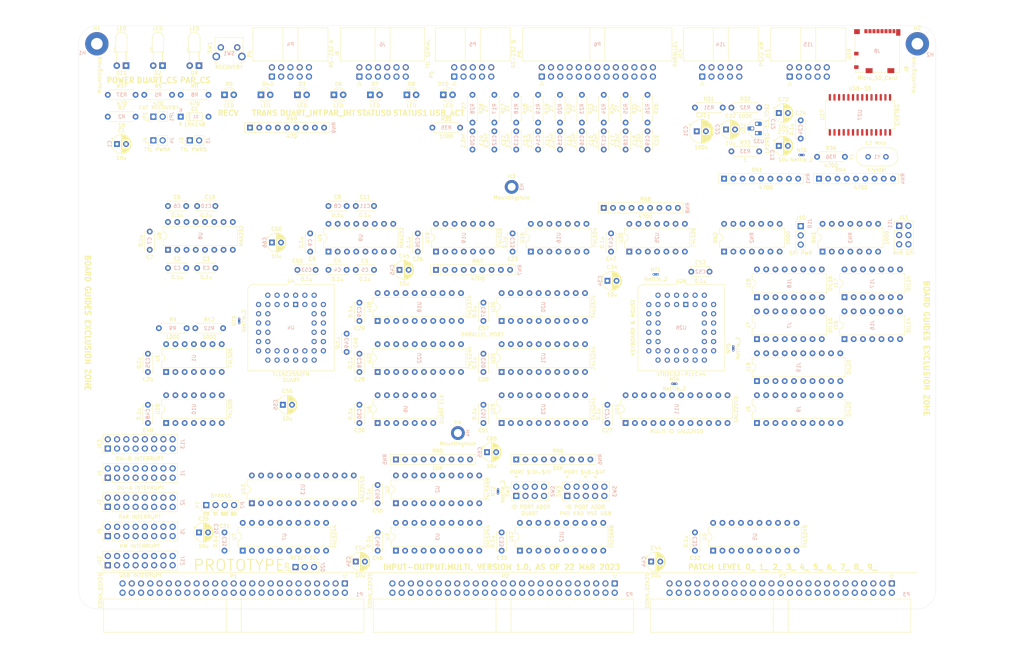
<source format=kicad_pcb>
(kicad_pcb (version 20211014) (generator pcbnew)
  (layers (0 "F.Cu" signal) (31 "B.Cu" signal) (34 "B.Paste" user) (35 "F.Paste" user) (36 "B.SilkS" user "B.Silkscreen") (37 "F.SilkS" user "F.Silkscreen") (38 "B.Mask" user) (39 "F.Mask" user) (44 "Edge.Cuts" user))
  (net 0 "")
  (net 1 "GND")
  (net 2 "VCC")
  (net 3 "Net-(D3-Pad1)")
  (net 4 "Net-(D4-Pad1)")
  (net 6 "Net-(C2-Pad2)")
  (net 7 "Net-(C2-Pad1)")
  (net 8 "Net-(C3-Pad1)")
  (net 9 "Net-(C4-Pad2)")
  (net 10 "Net-(D2-Pad1)")
  (net 11 "Net-(D6-Pad1)")
  (net 12 "Net-(R18-Pad2)")
  (net 13 "Net-(R19-Pad2)")
  (net 14 "Net-(R20-Pad2)")
  (net 15 "Net-(R23-Pad2)")
  (net 16 "Net-(R24-Pad2)")
  (net 17 "Net-(R25-Pad2)")
  (net 18 "Net-(R28-Pad2)")
  (net 19 "Net-(C3-Pad2)")
  (net 20 "Net-(C4-Pad1)")
  (net 21 "Net-(C5-Pad2)")
  (net 22 "Net-(C5-Pad1)")
  (net 23 "Net-(D5-Pad1)")
  (net 24 "Net-(D10-Pad1)")
  (net 25 "Net-(D11-Pad2)")
  (net 26 "Net-(J3-Pad2)")
  (net 27 "Net-(J4-Pad2)")
  (net 28 "Net-(J8-Pad1)")
  (net 29 "Net-(J10-Pad2)")
  (net 30 "Net-(R17-Pad2)")
  (net 31 "Net-(R26-Pad2)")
  (net 32 "Net-(R35-Pad2)")
  (net 33 "Net-(RN1-Pad9)")
  (net 34 "Net-(RN1-Pad8)")
  (net 35 "Net-(RN1-Pad7)")
  (net 36 "Net-(RN1-Pad6)")
  (net 37 "Net-(RN1-Pad5)")
  (net 38 "Net-(RN1-Pad4)")
  (net 39 "Net-(RN1-Pad3)")
  (net 40 "Net-(RN1-Pad2)")
  (net 41 "Net-(RN3-Pad13)")
  (net 42 "Net-(RN3-Pad12)")
  (net 43 "Net-(RN3-Pad11)")
  (net 44 "Net-(RN3-Pad10)")
  (net 45 "Net-(U16-Pad6)")
  (net 46 "Net-(U16-Pad12)")
  (net 47 "Net-(U16-Pad5)")
  (net 48 "Net-(U16-Pad10)")
  (net 49 "Net-(U16-Pad2)")
  (net 50 "Net-(U16-Pad8)")
  (net 51 "Net-(U19-Pad5)")
  (net 52 "Net-(U19-Pad3)")
  (net 53 "Net-(U19-Pad9)")
  (net 54 "Net-(U25-Pad5)")
  (net 55 "Net-(U25-Pad3)")
  (net 56 "Net-(U25-Pad9)")
  (net 57 "Net-(U25-Pad1)")
  (net 58 "Net-(U27-Pad14)")
  (net 59 "Net-(U27-Pad13)")
  (net 60 "/parallel/PD0")
  (net 61 "/parallel/PD1")
  (net 62 "/parallel/PD2")
  (net 63 "/parallel/PD3")
  (net 64 "/parallel/PD4")
  (net 65 "/parallel/PD5")
  (net 66 "/parallel/PD6")
  (net 67 "/parallel/PD7")
  (net 68 "/parallel/~{STROBE}")
  (net 69 "/USB-SD/VBUS")
  (net 70 "/USB-SD/VDD3")
  (net 71 "/USB-SD/VDD2")
  (net 72 "VDD1")
  (net 73 "/parallel/STATUS0")
  (net 74 "/parallel/STATUS1")
  (net 75 "/DUART/~{TTL_CTSB}")
  (net 76 "/DUART/TTL_TXB")
  (net 77 "/DUART/TTL_RXB")
  (net 78 "/DUART/~{TTL_RTSB}")
  (net 79 "/DUART/~{TTL_CTSA}")
  (net 80 "/DUART/TTL_TXA")
  (net 81 "/DUART/TTL_RXA")
  (net 82 "/DUART/~{TTL_RTSA}")
  (net 83 "/USB-SD/UD+")
  (net 84 "/USB-SD/UD-")
  (net 86 "/USB-SD/SDCK")
  (net 88 "/USB-SD/SDCS")
  (net 89 "-12V")
  (net 90 "~{EIRQ0}")
  (net 91 "~{EIRQ1}")
  (net 92 "~{EIRQ2}")
  (net 93 "~{EIRQ3}")
  (net 94 "~{EIRQ4}")
  (net 95 "~{EIRQ5}")
  (net 96 "~{EIRQ6}")
  (net 97 "~{EIRQ7}")
  (net 98 "/bus/CRUCLK")
  (net 99 "/bus/~{INT0}")
  (net 100 "~{M1}")
  (net 101 "~{IORQ}")
  (net 102 "~{WR}")
  (net 103 "~{RD}")
  (net 104 "A0")
  (net 105 "A1")
  (net 106 "A2")
  (net 107 "A3")
  (net 108 "A4")
  (net 109 "A5")
  (net 110 "A6")
  (net 111 "A7")
  (net 112 "+12V")
  (net 113 "D0")
  (net 114 "D1")
  (net 115 "D2")
  (net 116 "D3")
  (net 117 "D4")
  (net 118 "D5")
  (net 119 "D6")
  (net 120 "D7")
  (net 121 "/DUART/~{CTSA}")
  (net 122 "/DUART/~{RTSA}")
  (net 123 "/DUART/~{DTRA}")
  (net 124 "/DUART/TXA")
  (net 125 "/DUART/RXA")
  (net 126 "/DUART/~{CTSB}")
  (net 127 "/DUART/~{RTSB}")
  (net 128 "/DUART/~{DTRB}")
  (net 129 "/DUART/TXB")
  (net 130 "/DUART/RXB")
  (net 131 "/parallel/~{SEL}")
  (net 132 "/parallel/P-RESET")
  (net 133 "/parallel/ERROR")
  (net 134 "/parallel/~{LINEFEED}")
  (net 135 "/parallel/SELECT")
  (net 136 "/parallel/PAPEROUT")
  (net 137 "/parallel/~{BUSY}")
  (net 138 "bRESET")
  (net 139 "/DUART/GND_UART")
  (net 140 "/DUART/INTB")
  (net 141 "/DUART/INTA")
  (net 142 "ONE")
  (net 143 "ZERO")
  (net 144 "/USB-SD/RST")
  (net 145 "bD6")
  (net 146 "bD5")
  (net 147 "bD4")
  (net 148 "bD3")
  (net 149 "bD2")
  (net 150 "bD1")
  (net 151 "bD0")
  (net 152 "~{CS_US}")
  (net 153 "~{bWR}")
  (net 154 "~{bRD}")
  (net 155 "bA0")
  (net 156 "bD7")
  (net 157 "/USB-SD/~{INT-USB}")
  (net 158 "/parallel/BUSY")
  (net 159 "/kbdmse/PROG")
  (net 160 "/kbdmse/KBDDAT")
  (net 161 "/kbdmse/MSEDAT")
  (net 162 "/kbdmse/KBDCLK")
  (net 163 "/kbdmse/MSECLK")
  (net 164 "/DUART/~{INTA}")
  (net 165 "/DUART/~{INTB}")
  (net 166 "~{bRESET}")
  (net 167 "~{CS_DUART}")
  (net 168 "~{bM1}")
  (net 169 "bA7")
  (net 170 "bA6")
  (net 171 "bA5")
  (net 172 "bA4")
  (net 173 "~{bIORQ}")
  (net 174 "bA1")
  (net 175 "bA2")
  (net 176 "bA3")
  (net 177 "~{CS_PAR}")
  (net 178 "~{CS_KM}")
  (net 179 "/parallel/~{PDENBL}")
  (net 180 "/parallel/~{INT_PAR}")
  (net 181 "/kbdmse/~{INT_KM}")
  (net 182 "CLK_DUART")
  (net 183 "~{BUS_EN}")
  (net 184 "P24-OB")
  (net 185 "INT_KM")
  (net 186 "P25-BF")
  (net 187 "Net-(RN5-Pad5)")
  (net 188 "Net-(RN5-Pad4)")
  (net 189 "Net-(RN5-Pad3)")
  (net 190 "Net-(RN5-Pad2)")
  (net 191 "Net-(RN6-Pad6)")
  (net 192 "Net-(RN6-Pad5)")
  (net 193 "Net-(RN6-Pad4)")
  (net 194 "Net-(J12-Pad1)")
  (net 195 "~{RES_IN}")
  (net 196 "Net-(C6-Pad2)")
  (net 197 "Net-(C8-Pad2)")
  (net 198 "Net-(C10-Pad1)")
  (net 199 "Net-(C11-Pad1)")
  (net 200 "Net-(D7-Pad1)")
  (net 201 "Net-(D8-Pad1)")
  (net 202 "Net-(D9-Pad1)")
  (net 203 "Net-(J20-Pad2)")
  (net 204 "ACK")
  (net 205 "INT_PAR")
  (net 206 "~{PARIN0}")
  (net 207 "~{PARIN1}")
  (net 208 "~{PARIN2}")
  (net 209 "PARINT")
  (net 210 "~{PAROUT0}")
  (net 211 "~{PAROUT2}")
  (net 212 "~{IEO}")
  (net 213 "~{IEI}")
  (net 214 "~{BAO}")
  (net 215 "~{BAI}")
  (net 216 "470A")
  (net 217 "470E")
  (net 218 "470D")
  (net 219 "470C")
  (net 220 "470F")
  (net 221 "470G")
  (net 222 "470H")
  (net 223 "470B")
  (net 224 "Net-(RN5-Pad6)")
  (net 225 "Net-(RN6-Pad7)")
  (net 226 "/DUART/~{TTL_RIA}")
  (net 240 "/USB-SD/SDDI")
  (net 241 "/USB-SD/SDDO")
  (net 330 "Net-(JP1-Pad2)")
  (net 331 "/bus/E")
  (net 332 "/bus/ST")
  (net 333 "/bus/PHI")
  (net 334 "/bus/~{MREQ}")
  (net 335 "/bus/~{INT2}")
  (net 336 "/bus/~{INT1}")
  (net 337 "/bus/~{BUSACK}")
  (net 338 "Net-(RN6-Pad2)")
  (net 339 "/bus/CLK")
  (net 340 "/bus/CRUOUT")
  (net 341 "/bus/CRUIN")
  (net 342 "/bus/~{NMI}")
  (net 343 "~{RES_OUT}")
  (net 344 "/bus/USER8")
  (net 345 "/bus/~{BUSRQ}")
  (net 346 "/bus/USER7")
  (net 347 "/bus/~{WAIT}")
  (net 348 "/bus/USER6")
  (net 349 "/bus/~{HALT}")
  (net 350 "/bus/USER5")
  (net 351 "/bus/~{RFSH}")
  (net 352 "/bus/USER4")
  (net 353 "/bus/USER3")
  (net 354 "/bus/USER2")
  (net 355 "/bus/USER1")
  (net 356 "/bus/USER0")
  (net 357 "/bus/I2C_SCL")
  (net 358 "/bus/I2C_SDA")
  (net 359 "/bus/A15")
  (net 360 "/bus/A31")
  (net 361 "/bus/A14")
  (net 362 "/bus/A30")
  (net 363 "/bus/A13")
  (net 364 "/bus/A29")
  (net 365 "/bus/A12")
  (net 366 "/bus/A28")
  (net 367 "/bus/A11")
  (net 368 "/bus/A27")
  (net 369 "/bus/A10")
  (net 370 "/bus/A26")
  (net 371 "/bus/A9")
  (net 372 "/bus/A25")
  (net 373 "/bus/A8")
  (net 374 "/bus/A24")
  (net 375 "/bus/A23")
  (net 376 "/bus/A22")
  (net 377 "/bus/A21")
  (net 378 "/bus/A20")
  (net 379 "/bus/A19")
  (net 380 "/bus/A18")
  (net 381 "/bus/A17")
  (net 382 "/bus/A16")
  (net 383 "/bus/IC3")
  (net 384 "/bus/~{TEND1}")
  (net 385 "/bus/IC2")
  (net 386 "/bus/~{DREQ1}")
  (net 387 "/bus/IC1")
  (net 388 "/bus/~{TEND0}")
  (net 389 "/bus/IC0")
  (net 390 "/bus/~{DREQ0}")
  (net 391 "/bus/AUXCLK1")
  (net 392 "/bus/AUXCLK0")
  (net 393 "/bus/D15")
  (net 394 "/bus/D31")
  (net 395 "/bus/D14")
  (net 396 "/bus/D30")
  (net 397 "/bus/D13")
  (net 398 "/bus/D29")
  (net 399 "/bus/D12")
  (net 400 "/bus/D28")
  (net 401 "/bus/D11")
  (net 402 "/bus/D27")
  (net 403 "/bus/D10")
  (net 404 "/bus/D26")
  (net 405 "/bus/D9")
  (net 406 "/bus/D25")
  (net 407 "/bus/D8")
  (net 408 "/bus/D24")
  (net 409 "/bus/D23")
  (net 410 "/bus/D22")
  (net 411 "/bus/D21")
  (net 412 "/bus/D20")
  (net 413 "/bus/D19")
  (net 414 "/bus/D18")
  (net 415 "/bus/D17")
  (net 416 "/bus/D16")
  (net 417 "/bus/~{BUSERR}")
  (net 418 "/bus/UDS")
  (net 419 "/bus/~{VPA}")
  (net 420 "/bus/LDS")
  (net 421 "/bus/~{VMA}")
  (net 422 "/bus/S2")
  (net 423 "/bus/~{BHE}")
  (net 424 "/bus/S1")
  (net 425 "/bus/IPL2")
  (net 426 "/bus/S0")
  (net 427 "/bus/IPL1")
  (net 428 "/bus/AUXCLK3")
  (net 429 "/bus/IPL0")
  (net 430 "/bus/AUXCLK2")
  (net 502 "VSS")
  (net 503 "/kbdmse/P20")
  (net 504 "/kbdmse/P21")
  (net 505 "VDD")
  (net 506 "/kbdmse/P12")
  (net 507 "/kbdmse/P13")
  (net 508 "/kbdmse/P14")
  (net 509 "/kbdmse/P15")
  (net 510 "/kbdmse/P16")
  (net 511 "/kbdmse/P17")
  (net 519 "Net-(RN6-Pad3)")
  (footprint "Capacitor_THT:CP_Radial_D5.0mm_P2.50mm" (layer "F.Cu") (at 45.5 102.5)
    (fp_text reference "C1")
    (fp_text value "10u")
  )
  (footprint "Capacitor_THT:CP_Radial_D6.3mm_P2.50mm" (layer "F.Cu") (at 204.5 99)
    (fp_text reference "C21")
    (fp_text value "100u")
  )
  (footprint "Capacitor_THT:CP_Radial_D5.0mm_P2.50mm" (layer "F.Cu") (at 212.5 98.5)
    (fp_text reference "C22")
    (fp_text value "10u")
  )
  (footprint "Capacitor_THT:C_Disc_D5.0mm_W2.5mm_P5.00mm" (layer "F.Cu") (at 154 127 -90)
    (fp_text reference "C23")
    (fp_text value "0.1u")
  )
  (footprint "Capacitor_THT:C_Disc_D5.0mm_W2.5mm_P5.00mm" (layer "F.Cu") (at 233 96 -90)
    (fp_text reference "C24")
    (fp_text value "0.1u")
  )
  (footprint "Capacitor_THT:C_Disc_D5.0mm_W2.5mm_P5.00mm" (layer "F.Cu") (at 54 160 -90)
    (fp_text reference "C25")
    (fp_text value "0.1u")
  )
  (footprint "Capacitor_THT:C_Disc_D5.0mm_W2.5mm_P5.00mm" (layer "F.Cu") (at 128 127 -90)
    (fp_text reference "C26")
    (fp_text value "0.1u")
  )
  (footprint "Capacitor_THT:C_Disc_D5.0mm_W2.5mm_P5.00mm" (layer "F.Cu") (at 180 174 -90)
    (fp_text reference "C27")
    (fp_text value "0.1u")
  )
  (footprint "Capacitor_THT:C_Disc_D5.0mm_W2.5mm_P5.00mm" (layer "F.Cu") (at 112 160 -90)
    (fp_text reference "C28")
    (fp_text value "0.1u")
  )
  (footprint "Capacitor_THT:C_Disc_D5.0mm_W2.5mm_P5.00mm" (layer "F.Cu") (at 112 146 -90)
    (fp_text reference "C29")
    (fp_text value "0.1u")
  )
  (footprint "Capacitor_THT:C_Disc_D5.0mm_W2.5mm_P5.00mm" (layer "F.Cu") (at 112 174 -90)
    (fp_text reference "C30")
    (fp_text value "0.1u")
  )
  (footprint "Capacitor_THT:C_Disc_D5.0mm_W2.5mm_P5.00mm" (layer "F.Cu") (at 204 209 -90)
    (fp_text reference "C32")
    (fp_text value "0.1u")
  )
  (footprint "Capacitor_THT:C_Disc_D5.0mm_W2.5mm_P5.00mm" (layer "F.Cu") (at 151 209 -90)
    (fp_text reference "C33")
    (fp_text value "0.1u")
  )
  (footprint "Capacitor_THT:CP_Radial_D5.0mm_P2.50mm" (layer "F.Cu") (at 180 140)
    (fp_text reference "C34")
    (fp_text value "10u")
  )
  (footprint "Capacitor_THT:CP_Radial_D5.0mm_P2.50mm" (layer "F.Cu") (at 68 209)
    (fp_text reference "C35")
    (fp_text value "10u")
  )
  (footprint "Capacitor_THT:CP_Radial_D5.0mm_P2.50mm" (layer "F.Cu") (at 123 137)
    (fp_text reference "C45")
    (fp_text value "10u")
  )
  (footprint "Capacitor_THT:C_Disc_D5.0mm_W2.5mm_P5.00mm" (layer "F.Cu") (at 117 209 -90)
    (fp_text reference "C46")
    (fp_text value "0.1u")
  )
  (footprint "Capacitor_THT:C_Disc_D5.0mm_W2.5mm_P5.00mm" (layer "F.Cu") (at 181 127 -90)
    (fp_text reference "C47")
    (fp_text value "0.1u")
  )
  (footprint "Capacitor_THT:C_Disc_D5.0mm_W2.5mm_P5.00mm" (layer "F.Cu") (at 54 174 -90)
    (fp_text reference "C48")
    (fp_text value "0.1u")
  )
  (footprint "Capacitor_THT:C_Disc_D5.0mm_W2.5mm_P5.00mm" (layer "F.Cu") (at 108.5 154.5 -90)
    (fp_text reference "C49")
    (fp_text value "0.1u")
  )
  (footprint "Capacitor_THT:C_Disc_D5.0mm_W2.5mm_P5.00mm" (layer "F.Cu") (at 95 137)
    (fp_text reference "C53")
    (fp_text value "0.1u")
  )
  (footprint "Capacitor_THT:CP_Radial_D5.0mm_P2.50mm" (layer "F.Cu") (at 111 217)
    (fp_text reference "C54")
    (fp_text value "10u")
  )
  (footprint "Capacitor_THT:CP_Radial_D5.0mm_P2.50mm" (layer "F.Cu") (at 91 174)
    (fp_text reference "C55")
    (fp_text value "10u")
  )
  (footprint "Capacitor_THT:C_Disc_D5.0mm_W2.5mm_P5.00mm" (layer "F.Cu") (at 117 196 -90)
    (fp_text reference "C56")
    (fp_text value "0.1u")
  )
  (footprint "Capacitor_THT:C_Disc_D5.0mm_W2.5mm_P5.00mm" (layer "F.Cu") (at 146 146 -90)
    (fp_text reference "C57")
    (fp_text value "0.1u")
  )
  (footprint "Capacitor_THT:CP_Radial_D5.0mm_P2.50mm" (layer "F.Cu") (at 147 187)
    (fp_text reference "C65")
    (fp_text value "10u")
  )
  (footprint "Capacitor_THT:CP_Radial_D5.0mm_P2.50mm" (layer "F.Cu") (at 88 129.5)
    (fp_text reference "C66")
    (fp_text value "10u")
  )
  (footprint "Capacitor_THT:CP_Radial_D5.0mm_P2.50mm" (layer "F.Cu") (at 227 94)
    (fp_text reference "C72")
    (fp_text value "10u")
  )
  (footprint "Capacitor_THT:CP_Radial_D5.0mm_P2.50mm" (layer "F.Cu") (at 227 103)
    (fp_text reference "C73")
    (fp_text value "10u")
  )
  (footprint "Diode_THT:D_DO-35_SOD27_P7.62mm_Horizontal" (layer "F.Cu") (at 63 95)
    (fp_text reference "D1")
    (fp_text value "1N4148")
  )
  (footprint "LED_THT:LED_D3.0mm" (layer "F.Cu") (at 135 89)
    (fp_text reference "D10")
    (fp_text value "LED")
  )
  (footprint "MountingHole:MountingHole_3.2mm_M3_Pad" (layer "F.Cu") (at 265 75)
    (fp_text reference "H2")
    (fp_text value "MountingHole")
  )
  (footprint "Connector_PinHeader_2.54mm:PinHeader_1x02_P2.54mm_Vertical" (layer "F.Cu") (at 65.5 101.5 90)
    (fp_text reference "J3")
    (fp_text value "TTL PWRB")
  )
  (footprint "Connector_IDC:IDC-Header_2x06_P2.54mm_Horizontal" (layer "F.Cu") (at 112 84 90)
    (fp_text reference "J6")
    (fp_text value "TTL SERIAL")
  )
  (footprint "Connector_PinHeader_2.54mm:PinHeader_2x03_P2.54mm_Vertical" (layer "F.Cu") (at 260 124.92)
    (fp_text reference "J11")
    (fp_text value "AVR SPI")
  )
  (footprint "Connector_PinHeader_2.54mm:PinHeader_1x02_P2.54mm_Vertical" (layer "F.Cu") (at 55.5 95 90)
    (fp_text reference "JP1")
    (fp_text value "EXT RECOVERY")
  )
  (footprint "Connector_IDC:IDC-Header_2x05_P2.54mm_Horizontal" (layer "F.Cu") (at 88 84 90)
    (fp_text reference "P4")
    (fp_text value "RS-232 A")
  )
  (footprint "Connector_IDC:IDC-Header_2x05_P2.54mm_Horizontal" (layer "F.Cu") (at 138 84 90)
    (fp_text reference "P5")
    (fp_text value "RS-232 B")
  )
  (footprint "Resistor_THT:R_Axial_DIN0207_L6.3mm_D2.5mm_P7.62mm_Horizontal" (layer "F.Cu") (at 43 95)
    (fp_text reference "R2")
    (fp_text value "10")
  )
  (footprint "Resistor_THT:R_Axial_DIN0207_L6.3mm_D2.5mm_P7.62mm_Horizontal" (layer "F.Cu") (at 53 89)
    (fp_text reference "R5")
    (fp_text value "470")
  )
  (footprint "Resistor_THT:R_Axial_DIN0207_L6.3mm_D2.5mm_P7.62mm_Horizontal" (layer "F.Cu") (at 63 89)
    (fp_text reference "R8")
    (fp_text value "470")
  )
  (footprint "Resistor_THT:R_Axial_DIN0207_L6.3mm_D2.5mm_P7.62mm_Horizontal" (layer "F.Cu") (at 57 153)
    (fp_text reference "R9")
    (fp_text value "1000")
  )
  (footprint "Resistor_THT:R_Axial_DIN0207_L6.3mm_D2.5mm_P7.62mm_Horizontal" (layer "F.Cu") (at 67 153)
    (fp_text reference "R12")
    (fp_text value "1000")
  )
  (footprint "Resistor_THT:R_Axial_DIN0207_L6.3mm_D2.5mm_P7.62mm_Horizontal" (layer "F.Cu") (at 191 89 -90)
    (fp_text reference "R26")
    (fp_text value "27")
  )
  (footprint "Resistor_THT:R_Axial_DIN0207_L6.3mm_D2.5mm_P7.62mm_Horizontal" (layer "F.Cu") (at 204 92.5)
    (fp_text reference "R31")
    (fp_text value "1")
  )
  (footprint "Resistor_THT:R_Axial_DIN0207_L6.3mm_D2.5mm_P7.62mm_Horizontal" (layer "F.Cu") (at 214 92.5)
    (fp_text reference "R32")
    (fp_text value "100K")
  )
  (footprint "Resistor_THT:R_Axial_DIN0207_L6.3mm_D2.5mm_P7.62mm_Horizontal" (layer "F.Cu") (at 214 104.5)
    (fp_text reference "R33")
    (fp_text value "1")
  )
  (footprint "Resistor_THT:R_Axial_DIN0207_L6.3mm_D2.5mm_P7.62mm_Horizontal" (layer "F.Cu") (at 132 98)
    (fp_text reference "R35")
    (fp_text value "1000")
  )
  (footprint "Resistor_THT:R_Axial_DIN0207_L6.3mm_D2.5mm_P7.62mm_Horizontal" (layer "F.Cu") (at 237.5 106)
    (fp_text reference "R36")
    (fp_text value "4700")
  )
  (footprint "Resistor_THT:R_Array_SIP9" (layer "F.Cu") (at 212 112)
    (fp_text reference "RN1")
    (fp_text value "4700")
  )
  (footprint "Package_DIP:DIP-14_W7.62mm" (layer "F.Cu") (at 212 132 90)
    (fp_text reference "RN2")
    (fp_text value "1000")
  )
  (footprint "Package_DIP:DIP-14_W7.62mm" (layer "F.Cu") (at 239 132 90)
    (fp_text reference "RN3")
    (fp_text value "1000")
  )
  (footprint "Resistor_THT:R_Array_SIP9" (layer "F.Cu") (at 238 112)
    (fp_text reference "RN4")
    (fp_text value "4700")
  )
  (footprint "Resistor_THT:R_Array_SIP9" (layer "F.Cu") (at 179 120)
    (fp_text reference "RN8")
    (fp_text value "4700")
  )
  (footprint "Connector_PinHeader_2.54mm:PinHeader_2x04_P2.54mm_Vertical" (layer "F.Cu") (at 155 199 90)
    (fp_text reference "SW2")
    (fp_text value "IO PORT ADDR")
  )
  (footprint "Package_DIP:DIP-20_W7.62mm" (layer "F.Cu") (at 122 201 90)
    (fp_text reference "U2")
    (fp_text value "74LS688")
  )
  (footprint "Package_DIP:DIP-20_W7.62mm" (layer "F.Cu") (at 122 214 90)
    (fp_text reference "U3")
    (fp_text value "74LS244")
  )
  (footprint "Package_LCC:PLCC-44_THT-Socket" (layer "F.Cu") (at 94.5 146.5)
    (fp_text reference "U4")
    (fp_text value "TL16C2552FN")
  )
  (footprint "Package_DIP:DIP-20_W7.62mm" (layer "F.Cu") (at 209 214 90)
    (fp_text reference "U5")
    (fp_text value "74LS245")
  )
  (footprint "Package_DIP:DIP-14_W7.62mm" (layer "F.Cu") (at 117 179 90)
    (fp_text reference "U6")
    (fp_text value "DUART CLK")
  )
  (footprint "Package_DIP:DIP-20_W7.62mm" (layer "F.Cu") (at 80 214 90)
    (fp_text reference "U7")
    (fp_text value "74LS244")
  )
  (footprint "Package_DIP:DIP-14_W7.62mm" (layer "F.Cu") (at 59 179 90)
    (fp_text reference "U10")
    (fp_text value "74LS08")
  )
  (footprint "Package_DIP:DIP-14_W7.62mm" (layer "F.Cu") (at 159 132 90)
    (fp_text reference "U16")
    (fp_text value "74LS04")
  )
  (footprint "Package_DIP:DIP-14_W7.62mm" (layer "F.Cu") (at 133 132 90)
    (fp_text reference "U19")
    (fp_text value "74LS06")
  )
  (footprint "Package_DIP:DIP-20_W7.62mm" (layer "F.Cu") (at 151 165 90)
    (fp_text reference "U21")
    (fp_text value "74LS244")
  )
  (footprint "Package_DIP:DIP-14_W7.62mm" (layer "F.Cu") (at 186 132 90)
    (fp_text reference "U25")
    (fp_text value "74LS06")
  )
  (footprint "Package_LCC:PLCC-44_THT-Socket" (layer "F.Cu") (at 201.5 146.5)
    (fp_text reference "U26")
    (fp_text value "VT82C42-PLCC44")
  )
  (footprint "Package_SO:SOIC-28W_7.5x18.7mm_P1.27mm" (layer "F.Cu") (at 249.25 94.5 90)
    (fp_text reference "U27")
    (fp_text value "CH376S")
  )
  (footprint "Package_TO_SOT_THT:TO-92_HandSolder" (layer "F.Cu") (at 221 99.5 90)
    (fp_text reference "U32")
    (fp_text value "LP2950-3.3_TO92")
  )
  (footprint "Connector_PinHeader_2.54mm:PinHeader_2x08_P2.54mm_Vertical" (layer "F.Cu") (at 43 194 90)
    (fp_text reference "J1")
    (fp_text value "DU-A INTERRUPT")
  )
  (footprint "Connector_PinHeader_2.54mm:PinHeader_2x08_P2.54mm_Vertical" (layer "F.Cu") (at 43 210 90)
    (fp_text reference "J5")
    (fp_text value "KM INTERRUPT")
  )
  (footprint "Connector_PinHeader_2.54mm:PinHeader_2x08_P2.54mm_Vertical" (layer "F.Cu") (at 43 218 90)
    (fp_text reference "J12")
    (fp_text value "USB INTERRUPT")
  )
  (footprint "Package_DIP:DIP-14_W7.62mm" (layer "F.Cu") (at 59 165 90)
    (fp_text reference "U1")
    (fp_text value "74LS06")
  )
  (footprint "Resistor_THT:R_Axial_DIN0207_L6.3mm_D2.5mm_P7.62mm_Horizontal" (layer "F.Cu") (at 167 89 -90)
    (fp_text reference "R20")
    (fp_text value "27")
  )
  (footprint "Capacitor_THT:C_Disc_D5.0mm_W2.5mm_P5.00mm" (layer "F.Cu") (at 185 99 -90)
    (fp_text reference "C18")
    (fp_text value "2.2nF")
  )
  (footprint "Connector_IDC:IDC-Header_2x05_P2.54mm_Horizontal" (layer "F.Cu") (at 206 84 90)
    (fp_text reference "J14")
    (fp_text value "PS/2 KM")
  )
  (footprint "Connector_IDC:IDC-Header_2x05_P2.54mm_Horizontal" (layer "F.Cu") (at 230 84 90)
    (fp_text reference "J15")
    (fp_text value "USB")
  )
  (footprint "Connector_PinHeader_2.54mm:PinHeader_2x08_P2.54mm_Vertical" (layer "F.Cu") (at 43 202 90)
    (fp_text reference "J2")
    (fp_text value "PAR INTERRUPT")
  )
  (footprint "Capacitor_THT:C_Disc_D5.0mm_W2.5mm_P5.00mm" (layer "F.Cu") (at 149 99 -90)
    (fp_text reference "C12")
    (fp_text value "2.2nF")
  )
  (footprint "Capacitor_THT:C_Disc_D5.0mm_W2.5mm_P5.00mm" (layer "F.Cu") (at 155 99 -90)
    (fp_text reference "C13")
    (fp_text value "2.2nF")
  )
  (footprint "Capacitor_THT:C_Disc_D5.0mm_W2.5mm_P5.00mm" (layer "F.Cu") (at 161 99 -90)
    (fp_text reference "C14")
    (fp_text value "2.2nF")
  )
  (footprint "Capacitor_THT:C_Disc_D5.0mm_W2.5mm_P5.00mm" (layer "F.Cu") (at 167 99 -90)
    (fp_text reference "C15")
    (fp_text value "2.2nF")
  )
  (footprint "Capacitor_THT:C_Disc_D5.0mm_W2.5mm_P5.00mm" (layer "F.Cu") (at 173 99 -90)
    (fp_text reference "C16")
    (fp_text value "2.2nF")
  )
  (footprint "Capacitor_THT:C_Disc_D5.0mm_W2.5mm_P5.00mm" (layer "F.Cu") (at 179 99 -90)
    (fp_text reference "C17")
    (fp_text value "2.2nF")
  )
  (footprint "Capacitor_THT:C_Disc_D5.0mm_W2.5mm_P5.00mm" (layer "F.Cu") (at 191 99 -90)
    (fp_text reference "C19")
    (fp_text value "2.2nF")
  )
  (footprint "Capacitor_THT:C_Disc_D5.0mm_W2.5mm_P5.00mm" (layer "F.Cu") (at 143 99 -90)
    (fp_text reference "C20")
    (fp_text value "2.2nF")
  )
  (footprint "Capacitor_THT:C_Disc_D5.0mm_W2.5mm_P5.00mm" (layer "F.Cu") (at 98.5 127 -90)
    (fp_text reference "C9")
    (fp_text value "0.1u")
  )
  (footprint "Connector_IDC:IDC-Header_2x13_P2.54mm_Horizontal" (layer "F.Cu") (at 162 84 90)
    (fp_text reference "P6")
    (fp_text value "PARALLEL")
  )
  (footprint "Resistor_THT:R_Axial_DIN0207_L6.3mm_D2.5mm_P7.62mm_Horizontal" (layer "F.Cu") (at 149 89 -90)
    (fp_text reference "R17")
    (fp_text value "27")
  )
  (footprint "Resistor_THT:R_Axial_DIN0207_L6.3mm_D2.5mm_P7.62mm_Horizontal" (layer "F.Cu") (at 155 89 -90)
    (fp_text reference "R18")
    (fp_text value "27")
  )
  (footprint "Resistor_THT:R_Axial_DIN0207_L6.3mm_D2.5mm_P7.62mm_Horizontal" (layer "F.Cu") (at 161 89 -90)
    (fp_text reference "R19")
    (fp_text value "27")
  )
  (footprint "Resistor_THT:R_Axial_DIN0207_L6.3mm_D2.5mm_P7.62mm_Horizontal" (layer "F.Cu") (at 173 89 -90)
    (fp_text reference "R23")
    (fp_text value "27")
  )
  (footprint "Resistor_THT:R_Axial_DIN0207_L6.3mm_D2.5mm_P7.62mm_Horizontal" (layer "F.Cu") (at 179 89 -90)
    (fp_text reference "R24")
    (fp_text value "27")
  )
  (footprint "Resistor_THT:R_Axial_DIN0207_L6.3mm_D2.5mm_P7.62mm_Horizontal" (layer "F.Cu") (at 185 89 -90)
    (fp_text reference "R25")
    (fp_text value "27")
  )
  (footprint "Resistor_THT:R_Axial_DIN0207_L6.3mm_D2.5mm_P7.62mm_Horizontal" (layer "F.Cu") (at 143 89 -90)
    (fp_text reference "R28")
    (fp_text value "27")
  )
  (footprint "Resistor_THT:R_Array_SIP9" (layer "F.Cu") (at 133 137)
    (fp_text reference "RN7")
    (fp_text value "4700")
  )
  (footprint "Package_DIP:DIP-20_W7.62mm" (layer "F.Cu") (at 156 214 90)
    (fp_text reference "U12")
    (fp_text value "74LS688")
  )
  (footprint "Package_DIP:DIP-20_W7.62mm" (layer "F.Cu") (at 117 151 90)
    (fp_text reference "U18")
    (fp_text value "74LS374")
  )
  (footprint "Package_DIP:DIP-20_W7.62mm" (layer "F.Cu") (at 151 151 90)
    (fp_text reference "U20")
    (fp_text value "74LS374")
  )
  (footprint "Package_DIP:DIP-20_W7.62mm" (layer "F.Cu") (at 117 165 90)
    (fp_text reference "U22")
    (fp_text value "74LS244")
  )
  (footprint "Package_DIP:DIP-20_W7.62mm" (layer "F.Cu") (at 151 179 90)
    (fp_text reference "U23")
    (fp_text value "74LS244")
  )
  (footprint "Connector_PinHeader_2.54mm:PinHeader_1x03_P2.54mm_Vertical" (layer "F.Cu") (at 233 125)
    (fp_text reference "J10")
    (fp_text value "SPI PWR")
  )
  (footprint "Capacitor_THT:C_Disc_D5.0mm_W2.5mm_P5.00mm" (layer "F.Cu") (at 146 174 -90)
    (fp_text reference "C51")
    (fp_text value "0.1u")
  )
  (footprint "Capacitor_THT:C_Disc_D5.0mm_W2.5mm_P5.00mm" (layer "F.Cu") (at 75 209 -90)
    (fp_text reference "C31")
    (fp_text value "0.1u")
  )
  (footprint "Connector_PinHeader_2.54mm:PinHeader_2x08_P2.54mm_Vertical" (layer "F.Cu") (at 43 186 90)
    (fp_text reference "J13")
    (fp_text value "DU-B INTERRUPT")
  )
  (footprint "Capacitor_THT:C_Disc_D5.0mm_W2.5mm_P5.00mm" (layer "F.Cu") (at 203 137.5)
    (fp_text reference "C52")
    (fp_text value "0.1u")
  )
  (footprint "Capacitor_THT:C_Disc_D5.0mm_W2.5mm_P5.00mm" (layer "F.Cu") (at 59.5 136.5)
    (fp_text reference "C2")
    (fp_text value "0.1u")
  )
  (footprint "Capacitor_THT:C_Disc_D5.0mm_W2.5mm_P5.00mm" (layer "F.Cu") (at 67.5 136.5)
    (fp_text reference "C3")
    (fp_text value "0.1u")
  )
  (footprint "Capacitor_THT:C_Disc_D5.0mm_W2.5mm_P5.00mm" (layer "F.Cu") (at 103.5 137)
    (fp_text reference "C4")
    (fp_text value "0.1u")
  )
  (footprint "Capacitor_THT:C_Disc_D5.0mm_W2.5mm_P5.00mm" (layer "F.Cu") (at 111 137)
    (fp_text reference "C5")
    (fp_text value "0.1u")
  )
  (footprint "Capacitor_THT:C_Disc_D5.0mm_W2.5mm_P5.00mm" (layer "F.Cu") (at 59.5 119.5)
    (fp_text reference "C6")
    (fp_text value "0.1u")
  )
  (footprint "Capacitor_THT:C_Disc_D5.0mm_W2.5mm_P5.00mm" (layer "F.Cu") (at 103.5 119.5)
    (fp_text reference "C8")
    (fp_text value "0.1u")
  )
  (footprint "Capacitor_THT:C_Disc_D5.0mm_W2.5mm_P5.00mm" (layer "F.Cu") (at 67.5 119.5)
    (fp_text reference "C10")
    (fp_text value "0.1u")
  )
  (footprint "Capacitor_THT:C_Disc_D5.0mm_W2.5mm_P5.00mm" (layer "F.Cu") (at 111 119.5)
    (fp_text reference "C11")
    (fp_text value "0.1u")
  )
  (footprint "Capacitor_THT:C_Disc_D5.0mm_W2.5mm_P5.00mm" (layer "F.Cu") (at 146 160 -90)
    (fp_text reference "C50")
    (fp_text value "0.1u")
  )
  (footprint "Package_DIP:DIP-16_W7.62mm" (layer "F.Cu") (at 59.5 131.5 90)
    (fp_text reference "U8")
    (fp_text value "MAX232")
  )
  (footprint "Package_DIP:DIP-16_W7.62mm" (layer "F.Cu") (at 103.5 132 90)
    (fp_text reference "U9")
    (fp_text value "MAX232")
  )
  (footprint "LED_THT:LED_D3.0mm_Horizontal_O3.81mm_Z2.0mm" (layer "F.Cu") (at 58 81 180)
    (fp_text reference "D2")
    (fp_text value "LED")
  )
  (footprint "MountingHole:MountingHole_3.2mm_M3_Pad" (layer "F.Cu") (at 40 75)
    (fp_text reference "H1")
    (fp_text value "MountingHole")
  )
  (footprint "Resistor_THT:R_Axial_DIN0207_L6.3mm_D2.5mm_P7.62mm_Horizontal" (layer "F.Cu") (at 43 89)
    (fp_text reference "R37")
    (fp_text value "470")
  )
  (footprint "Button_Switch_THT:SW_Tactile_SPST_Angled_PTS645Vx58-2LFS" (layer "F.Cu") (at 74 76)
    (fp_text reference "SW1")
    (fp_text value "RECOVERY")
  )
  (footprint "LED_THT:LED_D3.0mm_Horizontal_O3.81mm_Z2.0mm" (layer "F.Cu") (at 68 81 180)
    (fp_text reference "D9")
    (fp_text value "LED")
  )
  (footprint "LED_THT:LED_D3.0mm_Horizontal_O3.81mm_Z2.0mm" (layer "F.Cu") (at 48 81 180)
    (fp_text reference "D11")
    (fp_text value "LED")
  )
  (footprint "LED_THT:LED_D3.0mm" (layer "F.Cu") (at 75 89)
    (fp_text reference "D5")
    (fp_text value "LED")
  )
  (footprint "LED_THT:LED_D3.0mm" (layer "F.Cu") (at 85 89)
    (fp_text reference "D4")
    (fp_text value "LED")
  )
  (footprint "LED_THT:LED_D3.0mm" (layer "F.Cu") (at 95 89)
    (fp_text reference "D3")
    (fp_text value "LED")
  )
  (footprint "LED_THT:LED_D3.0mm" (layer "F.Cu") (at 105 89)
    (fp_text reference "D6")
    (fp_text value "LED")
  )
  (footprint "LED_THT:LED_D3.0mm" (layer "F.Cu") (at 125 89)
    (fp_text reference "D8")
    (fp_text value "LED")
  )
  (footprint "LED_THT:LED_D3.0mm" (layer "F.Cu") (at 115 89)
    (fp_text reference "D7")
    (fp_text value "LED")
  )
  (footprint "Capacitor_THT:CP_Radial_D5.0mm_P2.50mm" (layer "F.Cu") (at 192 217)
    (fp_text reference "C44")
    (fp_text value "10u")
  )
  (footprint "Connector_IDC:IDC-Header_2x25_P2.54mm_Horizontal" (layer "F.Cu") (at 182 223 -90)
    (fp_text reference "P2")
    (fp_text value "CONN_02X25")
  )
  (footprint "Connector_IDC:IDC-Header_2x25_P2.54mm_Horizontal" (layer "F.Cu") (at 258 223 -90)
    (fp_text reference "P3")
    (fp_text value "CONN_02X25")
  )
  (footprint "Package_DIP:DIP-24_W7.62mm" (layer "F.Cu") (at 185 179 90)
    (fp_text reference "U11")
    (fp_text value "GAL22V10")
  )
  (footprint "Connector_IDC:IDC-Header_2x25_P2.54mm_Horizontal" (layer "F.Cu") (at 108 223 -90)
    (fp_text reference "P1")
    (fp_text value "CONN_02X25")
  )
  (footprint "Connector_PinHeader_2.54mm:PinHeader_2x05_P2.54mm_Vertical" (layer "F.Cu") (at 169 199 90)
    (fp_text reference "SW3")
    (fp_text value "IO PORT ADDR")
  )
  (footprint "Resistor_THT:R_Array_SIP9" (layer "F.Cu") (at 155 189)
    (fp_text reference "RN6")
    (fp_text value "10K")
  )
  (footprint "Resistor_THT:R_Array_SIP9" (layer "F.Cu") (at 122 189)
    (fp_text reference "RN5")
    (fp_text value "10K")
  )
  (footprint "Capacitor_THT:C_Disc_D5.0mm_W2.5mm_P5.00mm" (layer "F.Cu") (at 54.5 126.5 -90)
    (fp_text reference "C7")
    (fp_text value "0.1u")
  )
  (footprint "Connector_PinHeader_2.54mm:PinHeader_1x02_P2.54mm_Vertical" (layer "F.Cu") (at 55.5 101.5 90)
    (fp_text reference "J4")
    (fp_text value "TTL PWRA")
  )
  (footprint "Package_DIP:DIP-16_W7.62mm" (layer "F.Cu") (at 221 156 90)
    (fp_text reference "J7")
    (fp_text value "DIL16")
  )
  (footprint "Package_DIP:DIP-20_W7.62mm" (layer "F.Cu") (at 221 179 90)
    (fp_text reference "J9")
    (fp_text value "DIL20")
  )
  (footprint "Package_DIP:DIP-14_W7.62mm" (layer "F.Cu") (at 245 156 90)
    (fp_text reference "J16")
    (fp_text value "DIL14")
  )
  (footprint "Package_DIP:DIP-14_W7.62mm" (layer "F.Cu") (at 245 144.5 90)
    (fp_text reference "J17")
    (fp_text value "DIL14")
  )
  (footprint "Package_DIP:DIP-16_W7.62mm" (layer "F.Cu") (at 221 144.5 90)
    (fp_text reference "J18")
    (fp_text value "DIL16")
  )
  (footprint "Package_DIP:DIP-20_W7.62mm" (layer "F.Cu") (at 221 167.5 90)
    (fp_text reference "J19")
    (fp_text value "DIL20")
  )
  (footprint "Connector_Card:microSD_HC_Molex_104031-0811" (layer "F.Cu") (at 254 77)
    (fp_text reference "J8")
    (fp_text value "Micro_SD_Card")
  )
  (footprint "Package_DIP:DIP-24_W7.62mm" (layer "F.Cu") (at 82.5 201 90)
    (fp_text reference "U13")
    (fp_text value "GAL22V10")
  )
  (footprint "Crystal:Crystal_HC49-4H_Vertical" (layer "F.Cu") (at 251.5 106)
    (fp_text reference "Y1")
    (fp_text value "Crystal")
  )
  (footprint "Resistor_THT:R_Array_SIP9" (layer "F.Cu") (at 82 98)
    (fp_text reference "RN9")
    (fp_text value "470")
  )
  (footprint "Connector_PinHeader_2.54mm:PinHeader_1x04_P2.54mm_Vertical" (layer "F.Cu") (at 70 201.5 90)
    (fp_text reference "P7")
    (fp_text value "BYPASS")
  )
  (footprint "MountingHole:MountingHole_2.2mm_M2_DIN965_Pad" (layer "F.Cu") (at 139 181.75)
    (fp_text reference "H4")
    (fp_text value "MountingHole")
  )
  (footprint "Connector_PinHeader_2.54mm:PinHeader_1x03_P2.54mm_Vertical" (layer "F.Cu") (at 94.475 218.5 90)
    (fp_text reference "J20")
    (fp_text value "RESET SEL")
  )
  (footprint "NetTie:NetTie-2_THT_Pad0.3mm" (layer "F.Cu") (at 150 198.35 90)
    (fp_text reference "NT2")
    (fp_text value "NetTie_2")
  )
  (footprint "NetTie:NetTie-2_THT_Pad0.3mm" (layer "F.Cu") (at 214.5 159.1 90)
    (fp_text reference "NT5")
    (fp_text value "NetTie_2")
  )
  (footprint "MountingHole:MountingHole_2.2mm_M2_DIN965_Pad" (layer "F.Cu") (at 153.75 114.25)
    (fp_text reference "H3")
    (fp_text value "MountingHole")
  )
  (footprint "NetTie:NetTie-2_THT_Pad0.3mm" (layer "F.Cu") (at 232.65 105.5)
    (fp_text reference "NT6")
    (fp_text value "NetTie_2")
  )
  (footprint "NetTie:NetTie-2_THT_Pad0.3mm" (layer "F.Cu") (at 192.65 138.25)
    (fp_text reference "NT1")
    (fp_text value "NetTie_2")
  )
  (footprint "NetTie:NetTie-2_THT_Pad0.3mm" (layer "F.Cu") (at 79 151.6 90)
    (fp_text reference "NT3")
    (fp_text value "NetTie_2")
  )
  (footprint "NetTie:NetTie-2_THT_Pad0.3mm" (layer "F.Cu") (at 197.75 168.25)
    (fp_text reference "NT4")
    (fp_text value "NetTie_2")
  )
  (gr_line (start 40 220) (end 265 220) (layer "F.SilkS") (width 0.12))
  (gr_line (start 35 75) (end 35 225) (layer "Edge.Cuts") (width 0.05))
  (gr_line (start 40 230) (end 265 230) (layer "Edge.Cuts") (width 0.05))
  (gr_line (start 270 225) (end 270 75) (layer "Edge.Cuts") (width 0.05))
  (gr_line (start 265 70) (end 40 70) (layer "Edge.Cuts") (width 0.05))
  (gr_arc (start 270 225) (mid 268.535534 228.535534) (end 265 230) (layer "Edge.Cuts") (width 0.05))
  (gr_arc (start 265 70) (mid 268.535534 71.464466) (end 270 75) (layer "Edge.Cuts") (width 0.05))
  (gr_arc (start 40 230) (mid 36.464466 228.535534) (end 35 225) (layer "Edge.Cuts") (width 0.05))
  (gr_arc (start 35 75) (mid 36.464466 71.464466) (end 40 70) (layer "Edge.Cuts") (width 0.05))
  (gr_text "BOARD GUIDES EXCLUSION ZONE" (at 267.5 158.5 270) (layer "F.SilkS") (effects (font (size 1.5 1.5) (thickness 0.3))))
  (gr_text "BOARD GUIDES EXCLUSION ZONE" (at 37.5 151.5 270) (layer "F.SilkS") (effects (font (size 1.5 1.5) (thickness 0.3))))
  (gr_text "USB_ACT" (at 136 94) (layer "F.SilkS") (effects (font (size 1.5 1.5) (thickness 0.3))))
  (gr_text "PAR_CS" (at 67 85) (layer "F.SilkS") (effects (font (size 1.5 1.5) (thickness 0.3))))
  (gr_text "POWER" (at 46.5 85) (layer "F.SilkS") (effects (font (size 1.5 1.5) (thickness 0.3))))
  (gr_text "DUART_CS" (at 56.5 85) (layer "F.SilkS") (effects (font (size 1.5 1.5) (thickness 0.3))))
  (gr_text "PAR_INT" (at 106.5 94) (layer "F.SilkS") (effects (font (size 1.5 1.5) (thickness 0.3))))
  (gr_text "RECV" (at 76 94) (layer "F.SilkS") (effects (font (size 1.5 1.5) (thickness 0.3))))
  (gr_text "DUART_INT" (at 96 94) (layer "F.SilkS") (effects (font (size 1.5 1.5) (thickness 0.3))))
  (gr_text "STATUS1" (at 126 94) (layer "F.SilkS") (effects (font (size 1.5 1.5) (thickness 0.3))))
  (gr_text "TRANS" (at 86 94) (layer "F.SilkS") (effects (font (size 1.5 1.5) (thickness 0.3))))
  (gr_text "STATUS0" (at 116 94) (layer "F.SilkS") (effects (font (size 1.5 1.5) (thickness 0.3))))
  (gr_text "~{IEI}" (at 72.5 204) (layer "F.SilkS") (effects (font (size 0.7 0.7) (thickness 0.175))))
  (gr_text "~{BAO}" (at 75 204) (layer "F.SilkS") (effects (font (size 0.7 0.7) (thickness 0.175))))
  (gr_text "~{BAI}" (at 77.5 204) (layer "F.SilkS") (effects (font (size 0.7 0.7) (thickness 0.175))))
  (gr_text "~{IEO}" (at 70 204) (layer "F.SilkS") (effects (font (size 0.7 0.7) (thickness 0.175))))
  (gr_text "PROTOTYPE" (at 79 218) (layer "F.SilkS") (effects (font (size 3 3) (thickness 0.3))))
  (gr_text "DUART" (at 93.25 167.25) (layer "F.SilkS") (effects (font (size 1 1))))
  (gr_text "PATCH LEVEL 0_ 1_ 2_ 3_ 4_ 5_ 6_ 7_ 8_ 9_" (at 228 218.5) (layer "F.SilkS") (effects (font (size 1.5 1.5) (thickness 0.3))))
  (gr_text "DUART" (at 158.75 203.75) (layer "F.SilkS") (effects (font (size 1 1))))
  (gr_text "MULTI IO GAL22V10" (at 199 181.25) (layer "F.SilkS") (effects (font (size 1 1))))
  (gr_text "12 MHz" (at 253.5 102.25) (layer "F.SilkS") (effects (font (size 1 1))))
  (gr_text "*" (at 176.75 194.25) (layer "F.SilkS") (effects (font (size 1.5 1.5))))
  (gr_text "*" (at 155 194.25) (layer "F.SilkS") (effects (font (size 1.5 1.5))))
  (gr_text "PAR KBD MSE USB" (at 174 203.75) (layer "F.SilkS") (effects (font (size 1 1))))
  (gr_text "USB-SD" (at 249.25 87.25) (layer "F.SilkS") (effects (font (size 1 1))))
  (gr_text "INPUT-OUTPUT.MULTI, VERSION 1.0, AS OF 22 MAR 2023" (at 151 218.5) (layer "F.SilkS") (effects (font (size 1.5 1.5) (thickness 0.3))))
  (gr_text "PORT $70-$7F" (at 159 192.5) (layer "F.SilkS") (effects (font (size 1 1))))
  (gr_text "*" (at 174 194.25) (layer "F.SilkS") (effects (font (size 1.5 1.5))))
  (gr_text "PORT $48-$4F" (at 173.75 192.5) (layer "F.SilkS") (effects (font (size 1 1))))
  (gr_text "PARALLEL PORT" (at 145.75 154.75) (layer "F.SilkS") (effects (font (size 1 1))))
  (gr_text "*" (at 169 194.25) (layer "F.SilkS") (effects (font (size 1.5 1.5))))
  (gr_text "KEYBOARD & MOUSE" (at 187 152.75 90) (layer "F.SilkS") (effects (font (size 1 1))))
)
</source>
